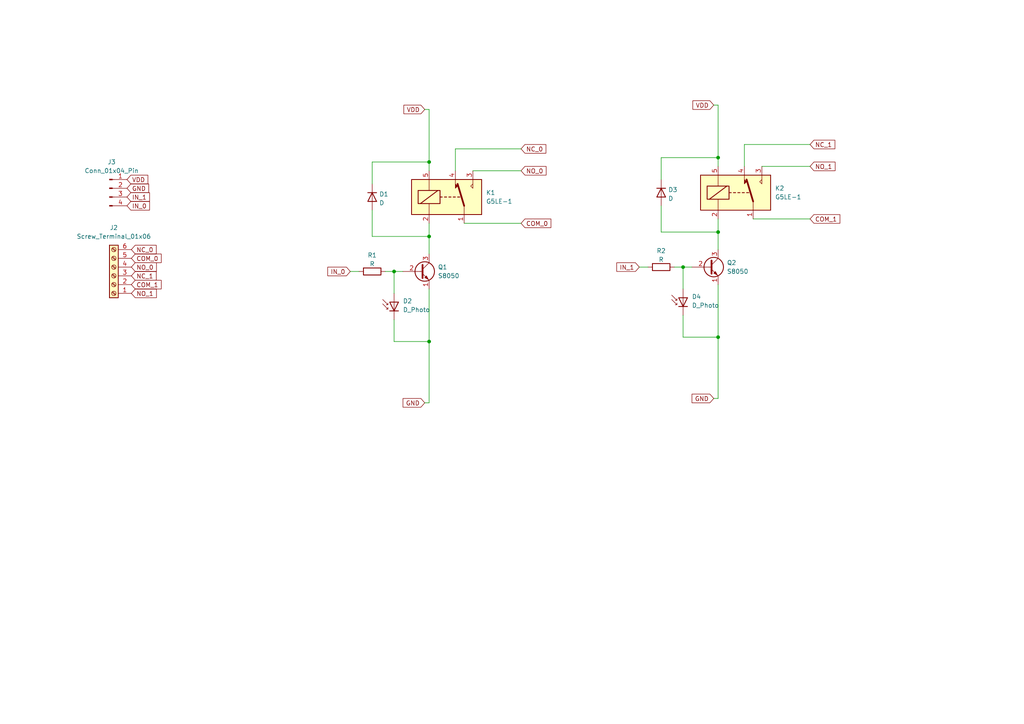
<source format=kicad_sch>
(kicad_sch (version 20230121) (generator eeschema)
  (paper "A4")
  (title_block (title "Relay module") (date "2023-06-05") (rev "0.1"))
  (lib_symbols
    (symbol "Connector:Conn_01x04_Pin" (pin_names (offset 1.016) hide)
      (property "Reference" "J" (at 0 5.08 0))
      (property "Value" "Conn_01x04_Pin" (at 0 -7.62 0))
      (symbol "Conn_01x04_Pin_1_1"
        (polyline (pts (xy 1.27 -5.08) (xy 0.8636 -5.08)) (stroke (width 0.1524)))
        (polyline (pts (xy 1.27 -2.54) (xy 0.8636 -2.54)) (stroke (width 0.1524)))
        (polyline (pts (xy 1.27 0) (xy 0.8636 0)) (stroke (width 0.1524)))
        (polyline (pts (xy 1.27 2.54) (xy 0.8636 2.54)) (stroke (width 0.1524)))
        (rectangle (start 0.8636 -4.953) (end 0 -5.207) (stroke (width 0.1524)) (fill (type outline)))
        (rectangle (start 0.8636 -2.413) (end 0 -2.667) (stroke (width 0.1524)) (fill (type outline)))
        (rectangle (start 0.8636 0.127) (end 0 -0.127) (stroke (width 0.1524)) (fill (type outline)))
        (rectangle (start 0.8636 2.667) (end 0 2.413) (stroke (width 0.1524)) (fill (type outline)))
        (pin passive line (at 5.08 2.54 180) (length 3.81) (name "Pin_1") (number "1"))
        (pin passive line (at 5.08 0 180) (length 3.81) (name "Pin_2") (number "2"))
        (pin passive line (at 5.08 -2.54 180) (length 3.81) (name "Pin_3") (number "3"))
        (pin passive line (at 5.08 -5.08 180) (length 3.81) (name "Pin_4") (number "4"))
      )
    )
    (symbol "Connector:Screw_Terminal_01x06" (pin_names (offset 1.016) hide)
      (property "Reference" "J" (at 0 7.62 0))
      (property "Value" "Screw_Terminal_01x06" (at 0 -10.16 0))
      (symbol "Screw_Terminal_01x06_1_1"
        (rectangle (start -1.27 6.35) (end 1.27 -8.89) (stroke (width 0.254)) (fill (type background)))
        (circle (center 0 -7.62) (radius 0.635) (stroke (width 0.1524)))
        (circle (center 0 -5.08) (radius 0.635) (stroke (width 0.1524)))
        (circle (center 0 -2.54) (radius 0.635) (stroke (width 0.1524)))
        (polyline (pts (xy -0.5334 -7.2898) (xy 0.3302 -8.128)) (stroke (width 0.1524)))
        (polyline (pts (xy -0.5334 -4.7498) (xy 0.3302 -5.588)) (stroke (width 0.1524)))
        (polyline (pts (xy -0.5334 -2.2098) (xy 0.3302 -3.048)) (stroke (width 0.1524)))
        (polyline (pts (xy -0.5334 0.3302) (xy 0.3302 -0.508)) (stroke (width 0.1524)))
        (polyline (pts (xy -0.5334 2.8702) (xy 0.3302 2.032)) (stroke (width 0.1524)))
        (polyline (pts (xy -0.5334 5.4102) (xy 0.3302 4.572)) (stroke (width 0.1524)))
        (polyline (pts (xy -0.3556 -7.112) (xy 0.508 -7.9502)) (stroke (width 0.1524)))
        (polyline (pts (xy -0.3556 -4.572) (xy 0.508 -5.4102)) (stroke (width 0.1524)))
        (polyline (pts (xy -0.3556 -2.032) (xy 0.508 -2.8702)) (stroke (width 0.1524)))
        (polyline (pts (xy -0.3556 0.508) (xy 0.508 -0.3302)) (stroke (width 0.1524)))
        (polyline (pts (xy -0.3556 3.048) (xy 0.508 2.2098)) (stroke (width 0.1524)))
        (polyline (pts (xy -0.3556 5.588) (xy 0.508 4.7498)) (stroke (width 0.1524)))
        (circle (center 0 0) (radius 0.635) (stroke (width 0.1524)))
        (circle (center 0 2.54) (radius 0.635) (stroke (width 0.1524)))
        (circle (center 0 5.08) (radius 0.635) (stroke (width 0.1524)))
        (pin passive line (at -5.08 5.08 0) (length 3.81) (name "Pin_1") (number "1"))
        (pin passive line (at -5.08 2.54 0) (length 3.81) (name "Pin_2") (number "2"))
        (pin passive line (at -5.08 0 0) (length 3.81) (name "Pin_3") (number "3"))
        (pin passive line (at -5.08 -2.54 0) (length 3.81) (name "Pin_4") (number "4"))
        (pin passive line (at -5.08 -5.08 0) (length 3.81) (name "Pin_5") (number "5"))
        (pin passive line (at -5.08 -7.62 0) (length 3.81) (name "Pin_6") (number "6"))
      )
    )
    (symbol "Device:D" (pin_numbers hide) (pin_names (offset 1.016) hide)
      (property "Reference" "D" (at 0 2.54 0))
      (property "Value" "D" (at 0 -2.54 0))
      (symbol "D_0_1"
        (polyline (pts (xy -1.27 1.27) (xy -1.27 -1.27)) (stroke (width 0.254)))
        (polyline (pts (xy 1.27 0) (xy -1.27 0)))
        (polyline (pts (xy 1.27 1.27) (xy 1.27 -1.27) (xy -1.27 0) (xy 1.27 1.27)) (stroke (width 0.254)))
      )
      (symbol "D_1_1"
        (pin passive line (at -3.81 0 0) (length 2.54) (name "K") (number "1"))
        (pin passive line (at 3.81 0 180) (length 2.54) (name "A") (number "2"))
      )
    )
    (symbol "Device:D_Photo" (pin_numbers hide) (pin_names hide)
      (property "Reference" "D" (at 0.508 1.778 0))
      (property "Value" "D_Photo" (at -1.016 -2.794 0))
      (symbol "D_Photo_0_1"
        (polyline (pts (xy -2.54 1.27) (xy -2.54 -1.27)) (stroke (width 0.254)))
        (polyline (pts (xy -2.032 1.778) (xy -1.524 1.778)))
        (polyline (pts (xy 0 0) (xy -2.54 0)))
        (polyline (pts (xy -0.508 3.302) (xy -2.032 1.778) (xy -2.032 2.286)))
        (polyline (pts (xy 0 -1.27) (xy 0 1.27) (xy -2.54 0) (xy 0 -1.27)) (stroke (width 0.254)))
        (polyline (pts (xy 0.762 3.302) (xy -0.762 1.778) (xy -0.762 2.286) (xy -0.762 1.778) (xy -0.254 1.778)))
      )
      (symbol "D_Photo_1_1"
        (pin passive line (at -5.08 0 0) (length 2.54) (name "K") (number "1"))
        (pin passive line (at 2.54 0 180) (length 2.54) (name "A") (number "2"))
      )
    )
    (symbol "Device:R" (pin_numbers hide) (pin_names (offset 0))
      (property "Reference" "R" (at 2.032 0 90))
      (property "Value" "R" (at 0 0 90))
      (symbol "R_0_1"
        (rectangle (start -1.016 -2.54) (end 1.016 2.54) (stroke (width 0.254)))
      )
      (symbol "R_1_1"
        (pin passive line (at 0 3.81 270) (length 1.27) (name "~") (number "1"))
        (pin passive line (at 0 -3.81 90) (length 1.27) (name "~") (number "2"))
      )
    )
    (symbol "Relay:G5LE-1"
      (property "Reference" "K" (at 11.43 3.81 0))
      (property "Value" "G5LE-1" (at 11.43 1.27 0))
      (symbol "G5LE-1_0_0"
        (polyline (pts (xy 7.62 5.08) (xy 7.62 2.54) (xy 6.985 3.175) (xy 7.62 3.81)))
      )
      (symbol "G5LE-1_0_1"
        (rectangle (start -10.16 5.08) (end 10.16 -5.08) (stroke (width 0.254)) (fill (type background)))
        (rectangle (start -8.255 1.905) (end -1.905 -1.905) (stroke (width 0.254)))
        (polyline (pts (xy -7.62 -1.905) (xy -2.54 1.905)) (stroke (width 0.254)))
        (polyline (pts (xy -5.08 -5.08) (xy -5.08 -1.905)))
        (polyline (pts (xy -5.08 5.08) (xy -5.08 1.905)))
        (polyline (pts (xy -1.905 0) (xy -1.27 0)) (stroke (width 0.254)))
        (polyline (pts (xy -0.635 0) (xy 0 0)) (stroke (width 0.254)))
        (polyline (pts (xy 0.635 0) (xy 1.27 0)) (stroke (width 0.254)))
        (polyline (pts (xy 1.905 0) (xy 2.54 0)) (stroke (width 0.254)))
        (polyline (pts (xy 3.175 0) (xy 3.81 0)) (stroke (width 0.254)))
        (polyline (pts (xy 5.08 -2.54) (xy 3.175 3.81)) (stroke (width 0.508)))
        (polyline (pts (xy 5.08 -2.54) (xy 5.08 -5.08)))
        (polyline (pts (xy 2.54 5.08) (xy 2.54 2.54) (xy 3.175 3.175) (xy 2.54 3.81)) (fill (type outline)))
      )
      (symbol "G5LE-1_1_1"
        (pin passive line (at 5.08 -7.62 90) (length 2.54) (name "~") (number "1"))
        (pin passive line (at -5.08 -7.62 90) (length 2.54) (name "~") (number "2"))
        (pin passive line (at 7.62 7.62 270) (length 2.54) (name "~") (number "3"))
        (pin passive line (at 2.54 7.62 270) (length 2.54) (name "~") (number "4"))
        (pin passive line (at -5.08 7.62 270) (length 2.54) (name "~") (number "5"))
      )
    )
    (symbol "Transistor_BJT:S8050" (pin_names (offset 0) hide)
      (property "Reference" "Q" (at 5.08 1.905 0))
      (property "Value" "S8050" (at 5.08 0 0))
      (symbol "S8050_0_1"
        (polyline (pts (xy 0 0) (xy 0.635 0)))
        (polyline (pts (xy 0.635 0.635) (xy 2.54 2.54)))
        (polyline (pts (xy 0.635 -0.635) (xy 2.54 -2.54) (xy 2.54 -2.54)))
        (polyline (pts (xy 0.635 1.905) (xy 0.635 -1.905) (xy 0.635 -1.905)) (stroke (width 0.508)))
        (polyline (pts (xy 1.27 -1.778) (xy 1.778 -1.27) (xy 2.286 -2.286) (xy 1.27 -1.778) (xy 1.27 -1.778)) (fill (type outline)))
        (circle (center 1.27 0) (radius 2.8194) (stroke (width 0.254)))
      )
      (symbol "S8050_1_1"
        (pin passive line (at 2.54 -5.08 90) (length 2.54) (name "E") (number "1"))
        (pin input line (at -5.08 0 0) (length 5.08) (name "B") (number "2"))
        (pin passive line (at 2.54 5.08 270) (length 2.54) (name "C") (number "3"))
      )
    )
  )
  (junction (at 124.46 46.99))
  (junction (at 208.28 97.79))
  (junction (at 198.12 77.47))
  (junction (at 124.46 68.58))
  (junction (at 208.28 67.31))
  (junction (at 208.28 45.72))
  (junction (at 124.46 99.06))
  (junction (at 114.3 78.74))
  (wire (pts (xy 191.77 67.31) (xy 208.28 67.31)))
  (wire (pts (xy 107.95 46.99) (xy 124.46 46.99)))
  (wire (pts (xy 124.46 68.58) (xy 124.46 73.66)))
  (wire (pts (xy 132.08 43.18) (xy 151.13 43.18)))
  (wire (pts (xy 114.3 78.74) (xy 114.3 85.09)))
  (wire (pts (xy 114.3 99.06) (xy 124.46 99.06)))
  (wire (pts (xy 124.46 46.99) (xy 124.46 49.53)))
  (wire (pts (xy 134.62 64.77) (xy 151.13 64.77)))
  (wire (pts (xy 111.76 78.74) (xy 114.3 78.74)))
  (wire (pts (xy 208.28 97.79) (xy 208.28 115.57)))
  (wire (pts (xy 124.46 64.77) (xy 124.46 68.58)))
  (wire (pts (xy 215.9 41.91) (xy 234.95 41.91)))
  (wire (pts (xy 107.95 53.34) (xy 107.95 46.99)))
  (wire (pts (xy 124.46 99.06) (xy 124.46 116.84)))
  (wire (pts (xy 215.9 48.26) (xy 215.9 41.91)))
  (wire (pts (xy 185.42 77.47) (xy 187.96 77.47)))
  (wire (pts (xy 220.98 48.26) (xy 234.95 48.26)))
  (wire (pts (xy 207.01 115.57) (xy 208.28 115.57)))
  (wire (pts (xy 218.44 63.5) (xy 234.95 63.5)))
  (wire (pts (xy 191.77 52.07) (xy 191.77 45.72)))
  (wire (pts (xy 101.6 78.74) (xy 104.14 78.74)))
  (wire (pts (xy 208.28 30.48) (xy 208.28 45.72)))
  (wire (pts (xy 124.46 83.82) (xy 124.46 99.06)))
  (wire (pts (xy 208.28 63.5) (xy 208.28 67.31)))
  (wire (pts (xy 124.46 31.75) (xy 124.46 46.99)))
  (wire (pts (xy 208.28 45.72) (xy 208.28 48.26)))
  (wire (pts (xy 107.95 68.58) (xy 124.46 68.58)))
  (wire (pts (xy 191.77 45.72) (xy 208.28 45.72)))
  (wire (pts (xy 114.3 78.74) (xy 116.84 78.74)))
  (wire (pts (xy 123.19 116.84) (xy 124.46 116.84)))
  (wire (pts (xy 137.16 49.53) (xy 151.13 49.53)))
  (wire (pts (xy 208.28 67.31) (xy 208.28 72.39)))
  (wire (pts (xy 132.08 49.53) (xy 132.08 43.18)))
  (wire (pts (xy 208.28 82.55) (xy 208.28 97.79)))
  (wire (pts (xy 198.12 91.44) (xy 198.12 97.79)))
  (wire (pts (xy 207.01 30.48) (xy 208.28 30.48)))
  (wire (pts (xy 191.77 59.69) (xy 191.77 67.31)))
  (wire (pts (xy 114.3 92.71) (xy 114.3 99.06)))
  (wire (pts (xy 198.12 77.47) (xy 200.66 77.47)))
  (wire (pts (xy 198.12 97.79) (xy 208.28 97.79)))
  (wire (pts (xy 195.58 77.47) (xy 198.12 77.47)))
  (wire (pts (xy 123.19 31.75) (xy 124.46 31.75)))
  (wire (pts (xy 107.95 60.96) (xy 107.95 68.58)))
  (wire (pts (xy 198.12 77.47) (xy 198.12 83.82)))
  (global_label "VDD" (shape input) (at 123.19 31.75 180) (property "Intersheetrefs" "${INTERSHEET_REFS}" (effects hide)))
  (global_label "GND" (shape input) (at 207.01 115.57 180) (property "Intersheetrefs" "${INTERSHEET_REFS}" (effects hide)))
  (global_label "NO_0" (shape input) (at 38.1 77.47 0) (property "Intersheetrefs" "${INTERSHEET_REFS}" (effects hide)))
  (global_label "GND" (shape input) (at 123.19 116.84 180) (property "Intersheetrefs" "${INTERSHEET_REFS}" (effects hide)))
  (global_label "NC_0" (shape input) (at 38.1 72.39 0) (property "Intersheetrefs" "${INTERSHEET_REFS}" (effects hide)))
  (global_label "IN_0" (shape input) (at 101.6 78.74 180) (property "Intersheetrefs" "${INTERSHEET_REFS}" (effects hide)))
  (global_label "NC_1" (shape input) (at 38.1 80.01 0) (property "Intersheetrefs" "${INTERSHEET_REFS}" (effects hide)))
  (global_label "COM_1" (shape input) (at 38.1 82.55 0) (property "Intersheetrefs" "${INTERSHEET_REFS}" (effects hide)))
  (global_label "NC_0" (shape input) (at 151.13 43.18 0) (property "Intersheetrefs" "${INTERSHEET_REFS}" (effects hide)))
  (global_label "VDD" (shape input) (at 207.01 30.48 180) (property "Intersheetrefs" "${INTERSHEET_REFS}" (effects hide)))
  (global_label "NO_0" (shape input) (at 151.13 49.53 0) (property "Intersheetrefs" "${INTERSHEET_REFS}" (effects hide)))
  (global_label "NO_1" (shape input) (at 38.1 85.09 0) (property "Intersheetrefs" "${INTERSHEET_REFS}" (effects hide)))
  (global_label "NC_1" (shape input) (at 234.95 41.91 0) (property "Intersheetrefs" "${INTERSHEET_REFS}" (effects hide)))
  (global_label "COM_0" (shape input) (at 38.1 74.93 0) (property "Intersheetrefs" "${INTERSHEET_REFS}" (effects hide)))
  (global_label "IN_1" (shape input) (at 185.42 77.47 180) (property "Intersheetrefs" "${INTERSHEET_REFS}" (effects hide)))
  (global_label "GND" (shape input) (at 36.83 54.61 0) (property "Intersheetrefs" "${INTERSHEET_REFS}" (effects hide)))
  (global_label "NO_1" (shape input) (at 234.95 48.26 0) (property "Intersheetrefs" "${INTERSHEET_REFS}" (effects hide)))
  (global_label "VDD" (shape input) (at 36.83 52.07 0) (property "Intersheetrefs" "${INTERSHEET_REFS}" (effects hide)))
  (global_label "COM_1" (shape input) (at 234.95 63.5 0) (property "Intersheetrefs" "${INTERSHEET_REFS}" (effects hide)))
  (global_label "IN_0" (shape input) (at 36.83 59.69 0) (property "Intersheetrefs" "${INTERSHEET_REFS}" (effects hide)))
  (global_label "IN_1" (shape input) (at 36.83 57.15 0) (property "Intersheetrefs" "${INTERSHEET_REFS}" (effects hide)))
  (global_label "COM_0" (shape input) (at 151.13 64.77 0) (property "Intersheetrefs" "${INTERSHEET_REFS}" (effects hide)))
  (symbol (lib_id "Device:R") (at 191.77 77.47 90) (unit 1)
    (property "Reference" "R2" (at 191.77 72.7542 90))
    (property "Value" "R" (at 191.77 75.2911 90))
    (property "Footprint" "Resistor_SMD:R_1206_3216Metric_Pad1.30x1.75mm_HandSolder" (effects hide))
  )
  (symbol (lib_id "Transistor_BJT:S8050") (at 121.92 78.74 0) (unit 1)
    (property "Reference" "Q1" (at 127 77.47 0) (effects (justify left)))
    (property "Value" "S8050" (at 127 80.01 0) (effects (justify left)))
    (property "Footprint" "Package_TO_SOT_THT:TO-92_Inline" (effects hide))
    (property "Datasheet" "http://www.unisonic.com.tw/datasheet/S8050.pdf" (effects hide))
  )
  (symbol (lib_id "Connector:Conn_01x04_Pin") (at 31.75 54.61 0) (unit 1)
    (property "Reference" "J3" (at 32.385 46.99 0))
    (property "Value" "Conn_01x04_Pin" (at 32.385 49.53 0))
    (property "Footprint" "Connector_PinHeader_2.54mm:PinHeader_1x04_P2.54mm_Vertical" (effects hide))
  )
  (symbol (lib_id "Device:D_Photo") (at 198.12 86.36 90) (unit 1)
    (property "Reference" "D4" (at 200.66 86.0425 90) (effects (justify right)))
    (property "Value" "D_Photo" (at 200.66 88.5825 90) (effects (justify right)))
    (property "Footprint" "LED_THT:LED_D4.0mm" (effects hide))
  )
  (symbol (lib_id "Connector:Screw_Terminal_01x06") (at 33.02 80.01 180) (unit 1)
    (property "Reference" "J2" (at 33.02 66.04 0))
    (property "Value" "Screw_Terminal_01x06" (at 33.02 68.58 0))
    (property "Footprint" "TerminalBlock_Phoenix:TerminalBlock_Phoenix_PT-1,5-6-5.0-H_1x06_P5.00mm_Horizontal" (effects hide))
  )
  (symbol (lib_id "Device:D_Photo") (at 114.3 87.63 90) (unit 1)
    (property "Reference" "D2" (at 116.84 87.3125 90) (effects (justify right)))
    (property "Value" "D_Photo" (at 116.84 89.8525 90) (effects (justify right)))
    (property "Footprint" "LED_THT:LED_D4.0mm" (effects hide))
  )
  (symbol (lib_id "Device:R") (at 107.95 78.74 90) (unit 1)
    (property "Reference" "R1" (at 107.95 74.0242 90))
    (property "Value" "R" (at 107.95 76.5611 90))
    (property "Footprint" "Resistor_SMD:R_1206_3216Metric_Pad1.30x1.75mm_HandSolder" (effects hide))
  )
  (symbol (lib_id "Relay:G5LE-1") (at 129.54 57.15 0) (unit 1)
    (property "Reference" "K1" (at 140.97 55.88 0) (effects (justify left)))
    (property "Value" "G5LE-1" (at 140.97 58.42 0) (effects (justify left)))
    (property "Footprint" "Relay_THT:Relay_SPDT_Omron-G5LE-1" (effects hide))
    (property "Datasheet" "http://www.omron.com/ecb/products/pdf/en-g5le.pdf" (effects hide))
  )
  (symbol (lib_id "Device:D") (at 107.95 57.15 270) (unit 1)
    (property "Reference" "D1" (at 109.982 56.3153 90) (effects (justify left)))
    (property "Value" "D" (at 109.982 58.8522 90) (effects (justify left)))
    (property "Footprint" "Diode_THT:D_DO-35_SOD27_P7.62mm_Horizontal" (effects hide))
  )
  (symbol (lib_id "Transistor_BJT:S8050") (at 205.74 77.47 0) (unit 1)
    (property "Reference" "Q2" (at 210.82 76.2 0) (effects (justify left)))
    (property "Value" "S8050" (at 210.82 78.74 0) (effects (justify left)))
    (property "Footprint" "Package_TO_SOT_THT:TO-92_Inline" (effects hide))
    (property "Datasheet" "http://www.unisonic.com.tw/datasheet/S8050.pdf" (effects hide))
  )
  (symbol (lib_id "Device:D") (at 191.77 55.88 270) (unit 1)
    (property "Reference" "D3" (at 193.802 55.0453 90) (effects (justify left)))
    (property "Value" "D" (at 193.802 57.5822 90) (effects (justify left)))
    (property "Footprint" "Diode_THT:D_DO-35_SOD27_P7.62mm_Horizontal" (effects hide))
  )
  (symbol (lib_id "Relay:G5LE-1") (at 213.36 55.88 0) (unit 1)
    (property "Reference" "K2" (at 224.79 54.61 0) (effects (justify left)))
    (property "Value" "G5LE-1" (at 224.79 57.15 0) (effects (justify left)))
    (property "Footprint" "Relay_THT:Relay_SPDT_Omron-G5LE-1" (effects hide))
    (property "Datasheet" "http://www.omron.com/ecb/products/pdf/en-g5le.pdf" (effects hide))
  )
)
</source>
